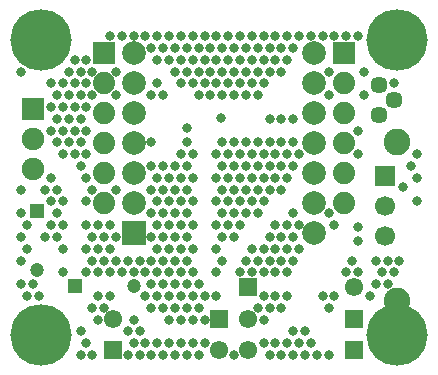
<source format=gbs>
G04*
G04 #@! TF.GenerationSoftware,Altium Limited,Altium Designer,25.8.1 (18)*
G04*
G04 Layer_Color=16711935*
%FSLAX44Y44*%
%MOMM*%
G71*
G04*
G04 #@! TF.SameCoordinates,591AE639-5F93-457D-9E92-AC6843792E89*
G04*
G04*
G04 #@! TF.FilePolarity,Negative*
G04*
G01*
G75*
%ADD14C,1.7000*%
%ADD15R,1.7000X1.7000*%
%ADD16R,1.8832X1.8832*%
%ADD17C,1.8832*%
%ADD18C,2.0032*%
%ADD19C,1.4500*%
%ADD20C,1.5532*%
%ADD21R,1.9032X1.9032*%
%ADD22C,5.2032*%
%ADD23C,1.2000*%
%ADD24C,2.2532*%
%ADD25R,1.5532X1.5532*%
%ADD26R,2.0032X2.0032*%
%ADD27R,1.2000X1.2000*%
%ADD28C,1.9032*%
%ADD29R,1.2000X1.2000*%
%ADD30C,0.8032*%
D14*
X317500Y110490D02*
D03*
Y135890D02*
D03*
D15*
Y161290D02*
D03*
D16*
X80010Y265430D02*
D03*
X283210D02*
D03*
D17*
X80010Y240030D02*
D03*
Y214630D02*
D03*
Y189230D02*
D03*
Y163830D02*
D03*
Y138430D02*
D03*
X283210Y240030D02*
D03*
Y214630D02*
D03*
Y189230D02*
D03*
Y163830D02*
D03*
Y138430D02*
D03*
D18*
X257810D02*
D03*
X105410D02*
D03*
Y163830D02*
D03*
Y189230D02*
D03*
Y214630D02*
D03*
Y240030D02*
D03*
Y265430D02*
D03*
X257810D02*
D03*
Y240030D02*
D03*
Y214630D02*
D03*
Y189230D02*
D03*
Y163830D02*
D03*
Y113030D02*
D03*
D19*
X312420Y238760D02*
D03*
Y213360D02*
D03*
X325120Y226060D02*
D03*
D20*
X87080Y40640D02*
D03*
X201380D02*
D03*
Y13970D02*
D03*
X291380Y67310D02*
D03*
X177080Y13970D02*
D03*
D21*
X20150Y218640D02*
D03*
D22*
X26670Y26670D02*
D03*
X327660D02*
D03*
Y276860D02*
D03*
X26670D02*
D03*
D23*
X105010Y68580D02*
D03*
X22860Y81680D02*
D03*
D24*
X327660Y55600D02*
D03*
Y190500D02*
D03*
D25*
X201380Y67310D02*
D03*
X291380Y13970D02*
D03*
X87080D02*
D03*
X291380Y40640D02*
D03*
X177080D02*
D03*
D26*
X105410Y113030D02*
D03*
D27*
X55010Y68580D02*
D03*
D28*
X20150Y193140D02*
D03*
Y167640D02*
D03*
D29*
X22860Y131680D02*
D03*
D30*
X345000Y180000D02*
D03*
X340000Y170000D02*
D03*
X345000Y160000D02*
D03*
Y140000D02*
D03*
X330000Y90000D02*
D03*
X325000Y240000D02*
D03*
X320000Y90000D02*
D03*
X325000Y80000D02*
D03*
X320000Y70000D02*
D03*
X310000Y90000D02*
D03*
X315000Y80000D02*
D03*
X310000Y70000D02*
D03*
X300000Y250000D02*
D03*
Y230000D02*
D03*
X305000Y60000D02*
D03*
X295000Y280000D02*
D03*
Y200000D02*
D03*
Y180000D02*
D03*
X290000Y90000D02*
D03*
X295000Y80000D02*
D03*
X285000Y280000D02*
D03*
Y80000D02*
D03*
X275000Y280000D02*
D03*
X270000Y250000D02*
D03*
Y230000D02*
D03*
Y130000D02*
D03*
X275000Y120000D02*
D03*
Y60000D02*
D03*
X270000Y50000D02*
D03*
Y10000D02*
D03*
X265000Y280000D02*
D03*
Y60000D02*
D03*
X260000Y10000D02*
D03*
X255000Y280000D02*
D03*
X250000Y30000D02*
D03*
X255000Y20000D02*
D03*
X250000Y10000D02*
D03*
X245000Y280000D02*
D03*
X240000Y270000D02*
D03*
Y210000D02*
D03*
Y190000D02*
D03*
X245000Y180000D02*
D03*
X240000Y170000D02*
D03*
Y130000D02*
D03*
X245000Y120000D02*
D03*
X240000Y110000D02*
D03*
X245000Y100000D02*
D03*
X240000Y90000D02*
D03*
Y30000D02*
D03*
X245000Y20000D02*
D03*
X240000Y10000D02*
D03*
X235000Y280000D02*
D03*
X230000Y270000D02*
D03*
X235000Y260000D02*
D03*
X230000Y250000D02*
D03*
Y210000D02*
D03*
Y190000D02*
D03*
X235000Y180000D02*
D03*
X230000Y170000D02*
D03*
X235000Y160000D02*
D03*
X230000Y150000D02*
D03*
X235000Y120000D02*
D03*
X230000Y110000D02*
D03*
X235000Y100000D02*
D03*
X230000Y90000D02*
D03*
X235000Y80000D02*
D03*
Y60000D02*
D03*
X230000Y50000D02*
D03*
X235000Y20000D02*
D03*
X230000Y10000D02*
D03*
X225000Y280000D02*
D03*
X220000Y270000D02*
D03*
X225000Y260000D02*
D03*
X220000Y250000D02*
D03*
Y210000D02*
D03*
Y190000D02*
D03*
X225000Y180000D02*
D03*
X220000Y170000D02*
D03*
X225000Y160000D02*
D03*
X220000Y150000D02*
D03*
X225000Y120000D02*
D03*
X220000Y110000D02*
D03*
X225000Y100000D02*
D03*
X220000Y90000D02*
D03*
X225000Y80000D02*
D03*
Y60000D02*
D03*
X220000Y50000D02*
D03*
X225000Y20000D02*
D03*
X220000Y10000D02*
D03*
X215000Y280000D02*
D03*
X210000Y270000D02*
D03*
X215000Y260000D02*
D03*
X210000Y250000D02*
D03*
X215000Y240000D02*
D03*
X210000Y230000D02*
D03*
Y190000D02*
D03*
X215000Y180000D02*
D03*
X210000Y170000D02*
D03*
X215000Y160000D02*
D03*
X210000Y150000D02*
D03*
X215000Y140000D02*
D03*
X210000Y130000D02*
D03*
X215000Y100000D02*
D03*
X210000Y90000D02*
D03*
X215000Y80000D02*
D03*
Y60000D02*
D03*
X210000Y50000D02*
D03*
X215000Y40000D02*
D03*
Y20000D02*
D03*
X205000Y280000D02*
D03*
X200000Y270000D02*
D03*
X205000Y260000D02*
D03*
X200000Y250000D02*
D03*
X205000Y240000D02*
D03*
X200000Y230000D02*
D03*
Y190000D02*
D03*
X205000Y180000D02*
D03*
X200000Y170000D02*
D03*
X205000Y160000D02*
D03*
X200000Y150000D02*
D03*
X205000Y140000D02*
D03*
X200000Y130000D02*
D03*
X205000Y100000D02*
D03*
X200000Y90000D02*
D03*
X205000Y80000D02*
D03*
X195000Y280000D02*
D03*
X190000Y270000D02*
D03*
X195000Y260000D02*
D03*
X190000Y250000D02*
D03*
X195000Y240000D02*
D03*
X190000Y230000D02*
D03*
Y190000D02*
D03*
X195000Y180000D02*
D03*
X190000Y170000D02*
D03*
X195000Y160000D02*
D03*
X190000Y150000D02*
D03*
X195000Y140000D02*
D03*
X190000Y130000D02*
D03*
X195000Y120000D02*
D03*
X190000Y110000D02*
D03*
X195000Y80000D02*
D03*
X190000Y10000D02*
D03*
X185000Y280000D02*
D03*
X180000Y270000D02*
D03*
X185000Y260000D02*
D03*
X180000Y250000D02*
D03*
X185000Y240000D02*
D03*
X180000Y230000D02*
D03*
Y190000D02*
D03*
X185000Y180000D02*
D03*
X180000Y170000D02*
D03*
X185000Y160000D02*
D03*
X180000Y150000D02*
D03*
X185000Y140000D02*
D03*
X180000Y130000D02*
D03*
X185000Y120000D02*
D03*
X180000Y110000D02*
D03*
Y90000D02*
D03*
X175000Y280000D02*
D03*
X170000Y270000D02*
D03*
X175000Y260000D02*
D03*
X170000Y250000D02*
D03*
X175000Y240000D02*
D03*
X170000Y230000D02*
D03*
X175000Y180000D02*
D03*
Y160000D02*
D03*
Y140000D02*
D03*
Y120000D02*
D03*
Y100000D02*
D03*
Y80000D02*
D03*
Y60000D02*
D03*
X165000Y280000D02*
D03*
X160000Y270000D02*
D03*
X165000Y260000D02*
D03*
X160000Y250000D02*
D03*
X165000Y240000D02*
D03*
X160000Y230000D02*
D03*
Y70000D02*
D03*
X165000Y60000D02*
D03*
X160000Y50000D02*
D03*
X165000Y40000D02*
D03*
Y20000D02*
D03*
X160000Y10000D02*
D03*
X155000Y280000D02*
D03*
X150000Y270000D02*
D03*
X155000Y260000D02*
D03*
X150000Y250000D02*
D03*
X155000Y240000D02*
D03*
X150000Y190000D02*
D03*
X155000Y180000D02*
D03*
X150000Y170000D02*
D03*
X155000Y160000D02*
D03*
X150000Y150000D02*
D03*
X155000Y140000D02*
D03*
X150000Y130000D02*
D03*
X155000Y120000D02*
D03*
X150000Y110000D02*
D03*
X155000Y100000D02*
D03*
X150000Y90000D02*
D03*
X155000Y80000D02*
D03*
X150000Y70000D02*
D03*
X155000Y60000D02*
D03*
X150000Y50000D02*
D03*
X155000Y40000D02*
D03*
Y20000D02*
D03*
X150000Y10000D02*
D03*
X145000Y280000D02*
D03*
X140000Y270000D02*
D03*
X145000Y260000D02*
D03*
X140000Y250000D02*
D03*
X145000Y240000D02*
D03*
Y180000D02*
D03*
X140000Y170000D02*
D03*
X145000Y160000D02*
D03*
X140000Y150000D02*
D03*
X145000Y140000D02*
D03*
X140000Y130000D02*
D03*
X145000Y120000D02*
D03*
X140000Y110000D02*
D03*
X145000Y100000D02*
D03*
X140000Y90000D02*
D03*
X145000Y80000D02*
D03*
X140000Y70000D02*
D03*
X145000Y60000D02*
D03*
X140000Y50000D02*
D03*
X145000Y40000D02*
D03*
Y20000D02*
D03*
X140000Y10000D02*
D03*
X135000Y280000D02*
D03*
X130000Y270000D02*
D03*
X135000Y260000D02*
D03*
X130000Y230000D02*
D03*
Y170000D02*
D03*
X135000Y160000D02*
D03*
X130000Y150000D02*
D03*
X135000Y140000D02*
D03*
X130000Y130000D02*
D03*
X135000Y120000D02*
D03*
X130000Y110000D02*
D03*
X135000Y100000D02*
D03*
X130000Y90000D02*
D03*
X135000Y80000D02*
D03*
X130000Y70000D02*
D03*
X135000Y60000D02*
D03*
X130000Y50000D02*
D03*
X135000Y40000D02*
D03*
Y20000D02*
D03*
X130000Y10000D02*
D03*
X125000Y280000D02*
D03*
X120000Y270000D02*
D03*
X125000Y260000D02*
D03*
Y240000D02*
D03*
X120000Y230000D02*
D03*
Y190000D02*
D03*
Y170000D02*
D03*
X125000Y160000D02*
D03*
X120000Y150000D02*
D03*
X125000Y140000D02*
D03*
X120000Y130000D02*
D03*
X125000Y120000D02*
D03*
X120000Y110000D02*
D03*
X125000Y100000D02*
D03*
X120000Y90000D02*
D03*
X125000Y80000D02*
D03*
X120000Y70000D02*
D03*
X125000Y60000D02*
D03*
X120000Y50000D02*
D03*
X125000Y20000D02*
D03*
X120000Y10000D02*
D03*
X115000Y280000D02*
D03*
X110000Y90000D02*
D03*
X115000Y80000D02*
D03*
Y60000D02*
D03*
X110000Y30000D02*
D03*
X115000Y20000D02*
D03*
X110000Y10000D02*
D03*
X105000Y280000D02*
D03*
X100000Y90000D02*
D03*
X105000Y80000D02*
D03*
Y40000D02*
D03*
X100000Y30000D02*
D03*
X105000Y20000D02*
D03*
X100000Y10000D02*
D03*
X95000Y280000D02*
D03*
X90000Y250000D02*
D03*
Y230000D02*
D03*
Y150000D02*
D03*
Y110000D02*
D03*
Y90000D02*
D03*
X95000Y80000D02*
D03*
X85000Y280000D02*
D03*
Y120000D02*
D03*
X80000Y110000D02*
D03*
X85000Y100000D02*
D03*
X80000Y90000D02*
D03*
X85000Y80000D02*
D03*
Y60000D02*
D03*
X80000Y50000D02*
D03*
X70000Y250000D02*
D03*
Y230000D02*
D03*
Y150000D02*
D03*
X75000Y120000D02*
D03*
X70000Y110000D02*
D03*
X75000Y100000D02*
D03*
X70000Y90000D02*
D03*
X75000Y80000D02*
D03*
Y60000D02*
D03*
X70000Y50000D02*
D03*
X75000Y40000D02*
D03*
X70000Y10000D02*
D03*
X65000Y260000D02*
D03*
X60000Y250000D02*
D03*
X65000Y240000D02*
D03*
X60000Y230000D02*
D03*
X65000Y220000D02*
D03*
X60000Y210000D02*
D03*
X65000Y200000D02*
D03*
X60000Y190000D02*
D03*
X65000Y180000D02*
D03*
X60000Y170000D02*
D03*
X65000Y160000D02*
D03*
Y140000D02*
D03*
Y120000D02*
D03*
Y100000D02*
D03*
Y80000D02*
D03*
X60000Y30000D02*
D03*
X65000Y20000D02*
D03*
X60000Y10000D02*
D03*
X55000Y260000D02*
D03*
X50000Y250000D02*
D03*
X55000Y240000D02*
D03*
X50000Y230000D02*
D03*
X55000Y220000D02*
D03*
X50000Y210000D02*
D03*
X55000Y200000D02*
D03*
X50000Y190000D02*
D03*
X55000Y180000D02*
D03*
X45000Y240000D02*
D03*
X40000Y230000D02*
D03*
X45000Y220000D02*
D03*
X40000Y210000D02*
D03*
X45000Y200000D02*
D03*
X40000Y190000D02*
D03*
X45000Y180000D02*
D03*
X40000Y150000D02*
D03*
X45000Y140000D02*
D03*
X40000Y130000D02*
D03*
X45000Y120000D02*
D03*
X40000Y110000D02*
D03*
X45000Y100000D02*
D03*
Y80000D02*
D03*
X35000Y240000D02*
D03*
Y220000D02*
D03*
Y200000D02*
D03*
Y160000D02*
D03*
X30000Y150000D02*
D03*
X35000Y140000D02*
D03*
Y120000D02*
D03*
X30000Y110000D02*
D03*
X20000Y70000D02*
D03*
X25000Y60000D02*
D03*
X10000Y250000D02*
D03*
Y150000D02*
D03*
Y130000D02*
D03*
X15000Y120000D02*
D03*
X10000Y110000D02*
D03*
X15000Y100000D02*
D03*
X10000Y90000D02*
D03*
Y70000D02*
D03*
X15000Y60000D02*
D03*
X294640Y118110D02*
D03*
Y106680D02*
D03*
X332740Y152400D02*
D03*
X179070Y210820D02*
D03*
X149860Y201930D02*
D03*
M02*

</source>
